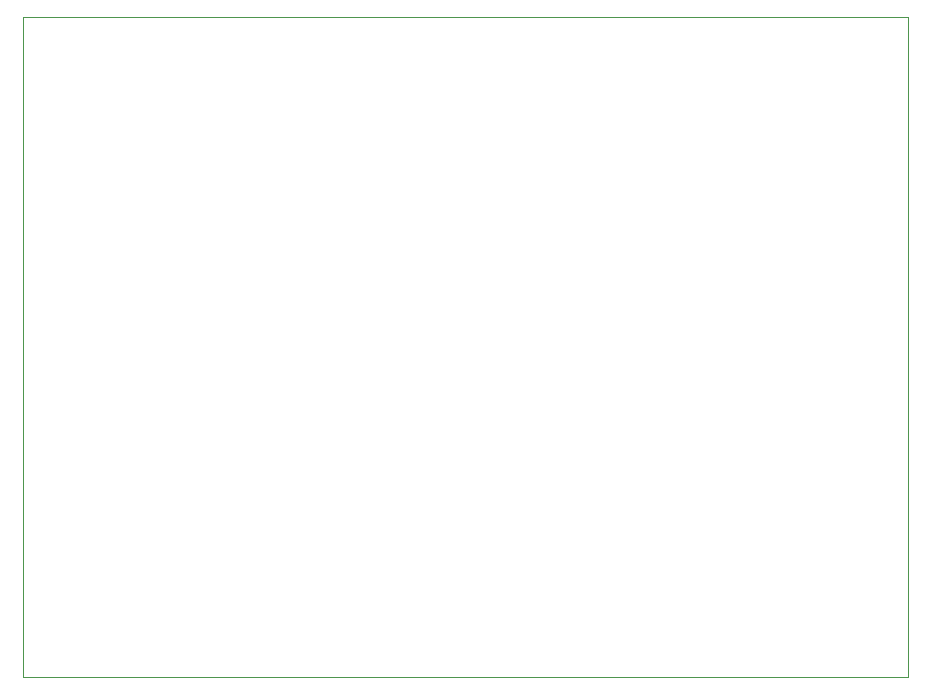
<source format=gbr>
%TF.GenerationSoftware,KiCad,Pcbnew,7.0.6-0*%
%TF.CreationDate,2024-02-15T10:15:36-05:00*%
%TF.ProjectId,Frame PCB 2,4672616d-6520-4504-9342-20322e6b6963,rev?*%
%TF.SameCoordinates,Original*%
%TF.FileFunction,Profile,NP*%
%FSLAX46Y46*%
G04 Gerber Fmt 4.6, Leading zero omitted, Abs format (unit mm)*
G04 Created by KiCad (PCBNEW 7.0.6-0) date 2024-02-15 10:15:36*
%MOMM*%
%LPD*%
G01*
G04 APERTURE LIST*
%TA.AperFunction,Profile*%
%ADD10C,0.100000*%
%TD*%
G04 APERTURE END LIST*
D10*
X74930000Y-43180000D02*
X149860000Y-43180000D01*
X149860000Y-99060000D01*
X74930000Y-99060000D01*
X74930000Y-43180000D01*
M02*

</source>
